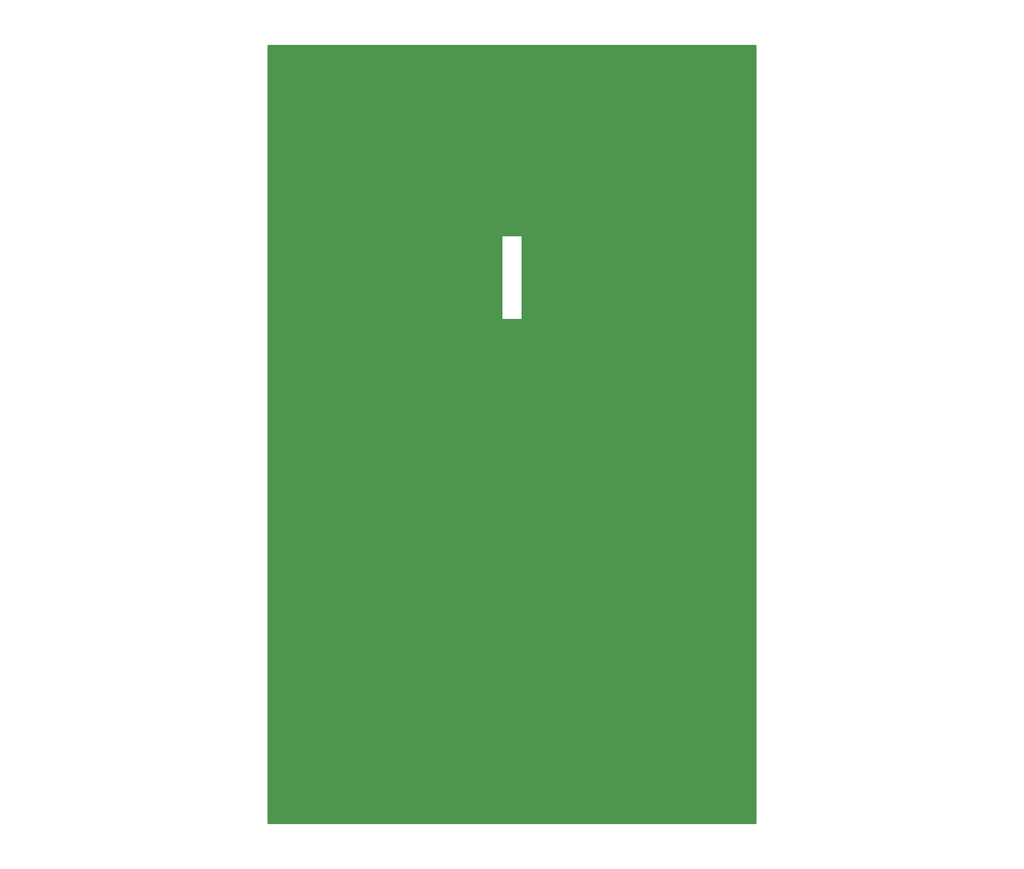
<source format=gbl>
G04 #@! TF.GenerationSoftware,KiCad,Pcbnew,(7.0.0-0)*
G04 #@! TF.CreationDate,2023-03-06T16:40:56-08:00*
G04 #@! TF.ProjectId,Kit-Trig-Sampler-FACEPLATE,4b69742d-5472-4696-972d-53616d706c65,rev?*
G04 #@! TF.SameCoordinates,PXa25a80PY7d1f400*
G04 #@! TF.FileFunction,Copper,L2,Bot*
G04 #@! TF.FilePolarity,Positive*
%FSLAX46Y46*%
G04 Gerber Fmt 4.6, Leading zero omitted, Abs format (unit mm)*
G04 Created by KiCad (PCBNEW (7.0.0-0)) date 2023-03-06 16:40:56*
%MOMM*%
%LPD*%
G01*
G04 APERTURE LIST*
G04 #@! TA.AperFunction,ComponentPad*
%ADD10C,7.874000*%
G04 #@! TD*
G04 #@! TA.AperFunction,ComponentPad*
%ADD11O,7.366000X4.191000*%
G04 #@! TD*
G04 #@! TA.AperFunction,ComponentPad*
%ADD12C,7.620000*%
G04 #@! TD*
G04 #@! TA.AperFunction,ComponentPad*
%ADD13C,5.969000*%
G04 #@! TD*
G04 #@! TA.AperFunction,SMDPad,CuDef*
%ADD14R,79.700000X8.000000*%
G04 #@! TD*
G04 #@! TA.AperFunction,ComponentPad*
%ADD15C,8.051800*%
G04 #@! TD*
G04 APERTURE END LIST*
D10*
X68260000Y90017764D03*
X12460000Y90017764D03*
D11*
X7402999Y125418999D03*
D12*
X9635000Y17517764D03*
D11*
X73316999Y2913399D03*
D12*
X12960000Y48742764D03*
X51290000Y17517764D03*
D11*
X7402999Y2913399D03*
D13*
X12660000Y111492764D03*
D11*
X73316999Y125418999D03*
D14*
X40199999Y123979999D03*
D15*
X40360000Y109217764D03*
D10*
X27660000Y70385681D03*
D12*
X29430000Y17517764D03*
X51317000Y32942764D03*
X67685000Y48742764D03*
X9635000Y32942764D03*
X29403000Y32942764D03*
X49510000Y48742764D03*
X71085000Y32942764D03*
D13*
X68060000Y111492764D03*
D12*
X71085000Y17517764D03*
D10*
X53060000Y70430000D03*
D12*
X31285000Y48742764D03*
D14*
X40369999Y4429999D03*
G04 #@! TA.AperFunction,Conductor*
G36*
X80393000Y128045319D02*
G01*
X80439119Y127999200D01*
X80456000Y127936200D01*
X80456000Y396200D01*
X80439119Y333200D01*
X80393000Y287081D01*
X80330000Y270200D01*
X390000Y270200D01*
X327000Y287081D01*
X280881Y333200D01*
X264000Y396200D01*
X264000Y83101000D01*
X38827959Y83101000D01*
X38828000Y83100901D01*
X38828117Y83100617D01*
X38828500Y83100459D01*
X38828599Y83100500D01*
X41939901Y83100500D01*
X41940000Y83100459D01*
X41940383Y83100617D01*
X41940500Y83100901D01*
X41940541Y83101000D01*
X41940500Y83101099D01*
X41940500Y96689901D01*
X41940541Y96690000D01*
X41940383Y96690383D01*
X41940099Y96690500D01*
X41940000Y96690541D01*
X41939901Y96690500D01*
X38828599Y96690500D01*
X38828500Y96690541D01*
X38828401Y96690500D01*
X38828117Y96690383D01*
X38827959Y96690000D01*
X38828000Y96689901D01*
X38828000Y83101099D01*
X38827959Y83101000D01*
X264000Y83101000D01*
X264000Y127936200D01*
X280881Y127999200D01*
X327000Y128045319D01*
X390000Y128062200D01*
X80330000Y128062200D01*
X80393000Y128045319D01*
G37*
G04 #@! TD.AperFunction*
M02*

</source>
